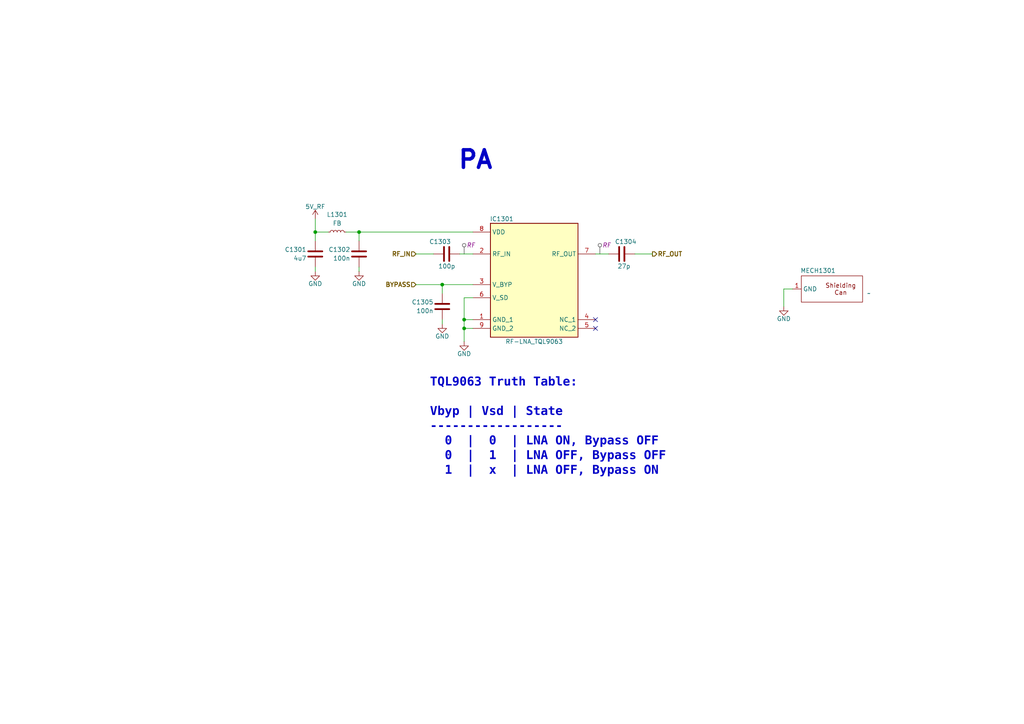
<source format=kicad_sch>
(kicad_sch (version 20231120) (generator "eeschema") (generator_version "8.0")
  (paper "A4")
  (title_block (title "RFE") (date "2024-06-01") (rev "A1") (company "LibreCellular Project - https://librecellular.org/") (comment 1 "Drawn: OK") (comment 2 "Checked: x"))
  (lib_symbols
    (symbol "Device:C" (pin_numbers hide) (pin_names (offset 0.254))
      (property "Reference" "C" (at 0.635 2.54 0))
      (property "Value" "C" (at 0.635 -2.54 0))
      (symbol "C_0_1"
        (polyline (pts (xy -2.032 -0.762) (xy 2.032 -0.762)) (stroke (width 0.508)))
        (polyline (pts (xy -2.032 0.762) (xy 2.032 0.762)) (stroke (width 0.508)))
      )
      (symbol "C_1_1"
        (pin passive line (at 0 3.81 270) (length 2.794) (name "~") (number "1"))
        (pin passive line (at 0 -3.81 90) (length 2.794) (name "~") (number "2"))
      )
    )
    (symbol "Device:L_Small" (pin_numbers hide) (pin_names (offset 0.254) hide)
      (property "Reference" "L" (at 0.762 1.016 0))
      (property "Value" "L_Small" (at 0.762 -1.016 0))
      (symbol "L_Small_0_1"
        (arc (start 0 -2.032) (mid 0.5058 -1.524) (end 0 -1.016))
        (arc (start 0 -1.016) (mid 0.5058 -0.508) (end 0 0))
        (arc (start 0 0) (mid 0.5058 0.508) (end 0 1.016))
        (arc (start 0 1.016) (mid 0.5058 1.524) (end 0 2.032))
      )
      (symbol "L_Small_1_1"
        (pin passive line (at 0 2.54 270) (length 0.508) (name "~") (number "1"))
        (pin passive line (at 0 -2.54 90) (length 0.508) (name "~") (number "2"))
      )
    )
    (symbol "LC_RFE:Harwin_S03-15100300R+S0941-46R"
      (property "Reference" "MECH" (at -6.35 5.08 0))
      (symbol "Harwin_S03-15100300R+S0941-46R_1_1"
        (rectangle (start -8.89 3.81) (end 8.89 -3.81))
        (text "Shielding\nCan" (at 2.54 0 0) (effects (font (size 1.27 1.27))))
        (pin input line (at -11.43 0 0) (length 2.54) (name "GND") (number "1"))
      )
    )
    (symbol "LC_RFE:RF-LNA_TQL9063"
      (property "Reference" "IC" (at -12.954 17.272 0))
      (property "Value" "RF-LNA_TQL9063" (at 0 -18.542 0))
      (symbol "RF-LNA_TQL9063_1_1"
        (rectangle (start -12.7 15.24) (end 12.7 -17.78) (stroke (width 0.254)) (fill (type background)))
        (pin power_in line (at -17.78 -12.7 0) (length 5.08) (name "GND_1") (number "1"))
        (pin input line (at -17.78 6.35 0) (length 5.08) (name "RF_IN") (number "2"))
        (pin passive line (at -17.78 -2.54 0) (length 5.08) (name "V_BYP") (number "3"))
        (pin passive line (at 17.78 -12.7 180) (length 5.08) (name "NC_1") (number "4"))
        (pin passive line (at 17.78 -15.24 180) (length 5.08) (name "NC_2") (number "5"))
        (pin passive line (at -17.78 -6.35 0) (length 5.08) (name "V_SD") (number "6"))
        (pin output line (at 17.78 6.35 180) (length 5.08) (name "RF_OUT") (number "7"))
        (pin power_in line (at -17.78 12.7 0) (length 5.08) (name "VDD") (number "8"))
        (pin power_in line (at -17.78 -15.24 0) (length 5.08) (name "GND_2") (number "9"))
      )
    )
    (symbol "power:+3.3VA" (power) (pin_numbers hide) (pin_names (offset 0) hide)
      (property "Value" "+3.3VA" (at 0 3.556 0))
      (symbol "+3.3VA_0_1"
        (polyline (pts (xy -0.762 1.27) (xy 0 2.54)))
        (polyline (pts (xy 0 0) (xy 0 2.54)))
        (polyline (pts (xy 0 2.54) (xy 0.762 1.27)))
      )
      (symbol "+3.3VA_1_1"
        (pin power_in line (at 0 0 90) (length 0) (name "~") (number "1"))
      )
    )
    (symbol "power:GND" (power) (pin_numbers hide) (pin_names (offset 0) hide)
      (property "Value" "GND" (at 0 -3.81 0))
      (symbol "GND_0_1"
        (polyline (pts (xy 0 0) (xy 0 -1.27) (xy 1.27 -1.27) (xy 0 -2.54) (xy -1.27 -1.27) (xy 0 -1.27)))
      )
      (symbol "GND_1_1"
        (pin power_in line (at 0 0 270) (length 0) (name "~") (number "1"))
      )
    )
  )
  (junction (at 128.27 82.55))
  (junction (at 104.14 67.31))
  (junction (at 134.62 95.25))
  (junction (at 91.44 67.31))
  (junction (at 134.62 92.71))
  (no_connect (at 172.72 92.71))
  (no_connect (at 172.72 95.25))
  (wire (pts (xy 184.15 73.66) (xy 189.23 73.66)))
  (wire (pts (xy 134.62 92.71) (xy 134.62 95.25)))
  (wire (pts (xy 104.14 67.31) (xy 137.16 67.31)))
  (wire (pts (xy 100.33 67.31) (xy 104.14 67.31)))
  (wire (pts (xy 134.62 95.25) (xy 134.62 99.06)))
  (wire (pts (xy 134.62 86.36) (xy 134.62 92.71)))
  (wire (pts (xy 91.44 67.31) (xy 95.25 67.31)))
  (wire (pts (xy 176.53 73.66) (xy 172.72 73.66)))
  (wire (pts (xy 128.27 93.98) (xy 128.27 92.71)))
  (wire (pts (xy 91.44 63.5) (xy 91.44 67.31)))
  (wire (pts (xy 137.16 82.55) (xy 128.27 82.55)))
  (wire (pts (xy 137.16 86.36) (xy 134.62 86.36)))
  (wire (pts (xy 128.27 82.55) (xy 128.27 85.09)))
  (wire (pts (xy 120.65 82.55) (xy 128.27 82.55)))
  (wire (pts (xy 137.16 92.71) (xy 134.62 92.71)))
  (wire (pts (xy 120.65 73.66) (xy 125.73 73.66)))
  (wire (pts (xy 91.44 78.74) (xy 91.44 77.47)))
  (wire (pts (xy 91.44 67.31) (xy 91.44 69.85)))
  (wire (pts (xy 104.14 67.31) (xy 104.14 69.85)))
  (wire (pts (xy 134.62 95.25) (xy 137.16 95.25)))
  (wire (pts (xy 227.33 83.82) (xy 227.33 88.9)))
  (wire (pts (xy 133.35 73.66) (xy 137.16 73.66)))
  (wire (pts (xy 229.87 83.82) (xy 227.33 83.82)))
  (wire (pts (xy 104.14 78.74) (xy 104.14 77.47)))
  (text "PA" (at 137.922 46.482 0) (effects (font (size 5.08 5.08) (thickness 1.016) (bold yes))))
  (text "TQL9063 Truth Table:\n\nVbyp | Vsd | State\n------------------\n  0  |  0  | LNA ON, Bypass OFF\n  0  |  1  | LNA OFF, Bypass OFF\n  1  |  x  | LNA OFF, Bypass ON\n" (at 124.714 124.46 0) (effects (font (size 2.54 2.54) (thickness 0.4064) (bold yes)) (justify left)))
  (hierarchical_label "BYPASS" (shape input) (at 120.65 82.55 180) (effects (font (bold yes))))
  (hierarchical_label "RF_OUT" (shape output) (at 189.23 73.66 0) (effects (font (bold yes))))
  (hierarchical_label "RF_IN" (shape input) (at 120.65 73.66 180) (effects (font (bold yes))))
  (netclass_flag "" (length 2.54) (shape round) (at 173.99 73.66 0) (property "Netclass" "RF" (at 174.6885 71.12 0) (effects (font (italic yes)) (justify left))))
  (netclass_flag "" (length 2.54) (shape round) (at 134.62 73.66 0) (property "Netclass" "RF" (at 135.3185 71.12 0) (effects (font (italic yes)) (justify left))))
  (symbol (lib_id "Device:C") (at 104.14 73.66 0) (mirror y) (unit 1)
    (property "Reference" "C1302" (at 101.6 72.39 0) (effects (justify left)))
    (property "Value" "100n" (at 101.6 74.93 0) (effects (justify left)))
    (property "Footprint" "Capacitor_SMD:C_0402_1005Metric" (effects (hide yes)))
    (property "Description" "Unpolarized capacitor" (effects (hide yes)))
    (property "JLCASSY" "C307331" (effects (hide yes)))
    (instances (project "LC_RFE-RevA1" (path "" (reference "C1302") (unit 1)) (path "" (reference "C1402") (unit 1))))
  )
  (symbol (lib_id "power:GND") (at 128.27 93.98 0) (unit 1)
    (property "Reference" "#PWR01304" (effects (hide yes)))
    (property "Value" "GND" (at 128.27 97.536 0))
    (property "Description" "Power symbol creates a global label with name \"GND\" , ground" (effects (hide yes)))
    (instances (project "LC_RFE-RevA1" (path "" (reference "#PWR01304") (unit 1)) (path "" (reference "#PWR01404") (unit 1))))
  )
  (symbol (lib_id "power:+3.3VA") (at 91.44 63.5 0) (unit 1)
    (property "Reference" "#PWR01301" (effects (hide yes)))
    (property "Value" "5V_RF" (at 91.44 59.944 0))
    (property "Description" "Power symbol creates a global label with name \"+3.3VA\"" (effects (hide yes)))
    (instances (project "LC_RFE-RevA1" (path "" (reference "#PWR01301") (unit 1)) (path "" (reference "#PWR01401") (unit 1))))
  )
  (symbol (lib_id "power:GND") (at 104.14 78.74 0) (unit 1)
    (property "Reference" "#PWR01303" (effects (hide yes)))
    (property "Value" "GND" (at 104.14 82.296 0))
    (property "Description" "Power symbol creates a global label with name \"GND\" , ground" (effects (hide yes)))
    (instances (project "LC_RFE-RevA1" (path "" (reference "#PWR01303") (unit 1)) (path "" (reference "#PWR01403") (unit 1))))
  )
  (symbol (lib_id "LC_RFE:RF-LNA_TQL9063") (at 154.94 80.01 0) (unit 1)
    (property "Reference" "IC1301" (at 145.542 63.5 0))
    (property "Value" "RF-LNA_TQL9063" (at 154.94 99.06 0))
    (property "Footprint" "LC_RFE:SON50P200X200X90-9N" (effects (hide yes)))
    (property "Datasheet" "https://componentsearchengine.com/Datasheets/1/TQL9063.pdf" (effects (hide yes)))
    (property "Description" "RF Amplifier 1.5-4.0GHz NF .7dB Gain 19dB" (effects (hide yes)))
    (property "Height" "0.9" (effects (hide yes)))
    (property "Manufacturer_Name" "Qorvo" (effects (hide yes)))
    (property "Manufacturer_Part_Number" "TQL9063" (effects (hide yes)))
    (property "Mouser Part Number" "772-TQL9063" (effects (hide yes)))
    (property "Mouser Price/Stock" "https://www.mouser.co.uk/ProductDetail/Qorvo/TQL9063?qs=Ex32QJu5HxPbzHJTjft58A%3D%3D" (effects (hide yes)))
    (property "JLCASSY" "C5346221" (effects (hide yes)))
    (instances (project "LC_RFE-RevA1" (path "" (reference "IC1301") (unit 1)) (path "" (reference "IC1401") (unit 1))))
  )
  (symbol (lib_id "power:GND") (at 227.33 88.9 0) (unit 1)
    (property "Reference" "#PWR01306" (effects (hide yes)))
    (property "Value" "GND" (at 227.33 92.456 0))
    (property "Description" "Power symbol creates a global label with name \"GND\" , ground" (effects (hide yes)))
    (instances (project "LC_RFE-RevA1" (path "" (reference "#PWR01306") (unit 1)) (path "" (reference "#PWR01406") (unit 1))))
  )
  (symbol (lib_id "Device:L_Small") (at 97.79 67.31 90) (unit 1)
    (property "Reference" "L1301" (at 97.79 62.23 90))
    (property "Value" "FB" (at 97.79 64.77 90))
    (property "Footprint" "Inductor_SMD:L_0402_1005Metric" (effects (hide yes)))
    (property "Description" "Inductor, small symbol" (effects (hide yes)))
    (property "JLCASSY" "C491491" (effects (hide yes)))
    (instances (project "LC_RFE-RevA1" (path "" (reference "L1301") (unit 1)) (path "" (reference "L1401") (unit 1))))
  )
  (symbol (lib_id "power:GND") (at 134.62 99.06 0) (unit 1)
    (property "Reference" "#PWR01305" (effects (hide yes)))
    (property "Value" "GND" (at 134.62 102.616 0))
    (property "Description" "Power symbol creates a global label with name \"GND\" , ground" (effects (hide yes)))
    (instances (project "LC_RFE-RevA1" (path "" (reference "#PWR01305") (unit 1)) (path "" (reference "#PWR01405") (unit 1))))
  )
  (symbol (lib_id "power:GND") (at 91.44 78.74 0) (unit 1)
    (property "Reference" "#PWR01302" (effects (hide yes)))
    (property "Value" "GND" (at 91.44 82.296 0))
    (property "Description" "Power symbol creates a global label with name \"GND\" , ground" (effects (hide yes)))
    (instances (project "LC_RFE-RevA1" (path "" (reference "#PWR01302") (unit 1)) (path "" (reference "#PWR01402") (unit 1))))
  )
  (symbol (lib_id "Device:C") (at 91.44 73.66 0) (mirror y) (unit 1)
    (property "Reference" "C1301" (at 88.9 72.39 0) (effects (justify left)))
    (property "Value" "4u7" (at 88.9 74.93 0) (effects (justify left)))
    (property "Footprint" "Capacitor_SMD:C_0402_1005Metric" (effects (hide yes)))
    (property "Description" "Unpolarized capacitor" (effects (hide yes)))
    (property "JLCASSY" "C23733" (effects (hide yes)))
    (instances (project "LC_RFE-RevA1" (path "" (reference "C1301") (unit 1)) (path "" (reference "C1401") (unit 1))))
  )
  (symbol (lib_id "LC_RFE:Harwin_S03-15100300R+S0941-46R") (at 241.3 83.82 0) (unit 1)
    (property "Reference" "MECH1301" (at 232.156 78.486 0) (effects (justify left)))
    (property "Value" "~" (at 251.46 85.09 0) (effects (justify left)))
    (property "Footprint" "LC_RFE:Harwin_S03-15100300R+S0941-46R" (effects (hide yes)))
    (instances (project "LC_RFE-RevA1" (path "" (reference "MECH1301") (unit 1)) (path "" (reference "MECH1401") (unit 1))))
  )
  (symbol (lib_id "Device:C") (at 129.54 73.66 90) (mirror x) (unit 1)
    (property "Reference" "C1303" (at 130.81 70.104 90) (effects (justify left)))
    (property "Value" "100p" (at 132.08 77.216 90) (effects (justify left)))
    (property "Footprint" "Capacitor_SMD:C_0402_1005Metric" (effects (hide yes)))
    (property "Description" "Unpolarized capacitor" (effects (hide yes)))
    (property "JLCASSY" "C77177" (effects (hide yes)))
    (instances (project "LC_RFE-RevA1" (path "" (reference "C1303") (unit 1)) (path "" (reference "C1403") (unit 1))))
  )
  (symbol (lib_id "Device:C") (at 128.27 88.9 0) (mirror y) (unit 1)
    (property "Reference" "C1305" (at 125.73 87.63 0) (effects (justify left)))
    (property "Value" "100n" (at 125.73 90.17 0) (effects (justify left)))
    (property "Footprint" "Capacitor_SMD:C_0402_1005Metric" (effects (hide yes)))
    (property "Description" "Unpolarized capacitor" (effects (hide yes)))
    (property "JLCASSY" "C307331" (effects (hide yes)))
    (instances (project "LC_RFE-RevA1" (path "" (reference "C1305") (unit 1)) (path "" (reference "C1405") (unit 1))))
  )
  (symbol (lib_id "Device:C") (at 180.34 73.66 90) (mirror x) (unit 1)
    (property "Reference" "C1304" (at 184.658 70.104 90) (effects (justify left)))
    (property "Value" "27p" (at 182.88 77.216 90) (effects (justify left)))
    (property "Footprint" "Capacitor_SMD:C_0402_1005Metric" (effects (hide yes)))
    (property "Description" "Unpolarized capacitor" (effects (hide yes)))
    (property "JLCASSY" "C1557" (effects (hide yes)))
    (instances (project "LC_RFE-RevA1" (path "" (reference "C1304") (unit 1)) (path "" (reference "C1404") (unit 1))))
  )
)
</source>
